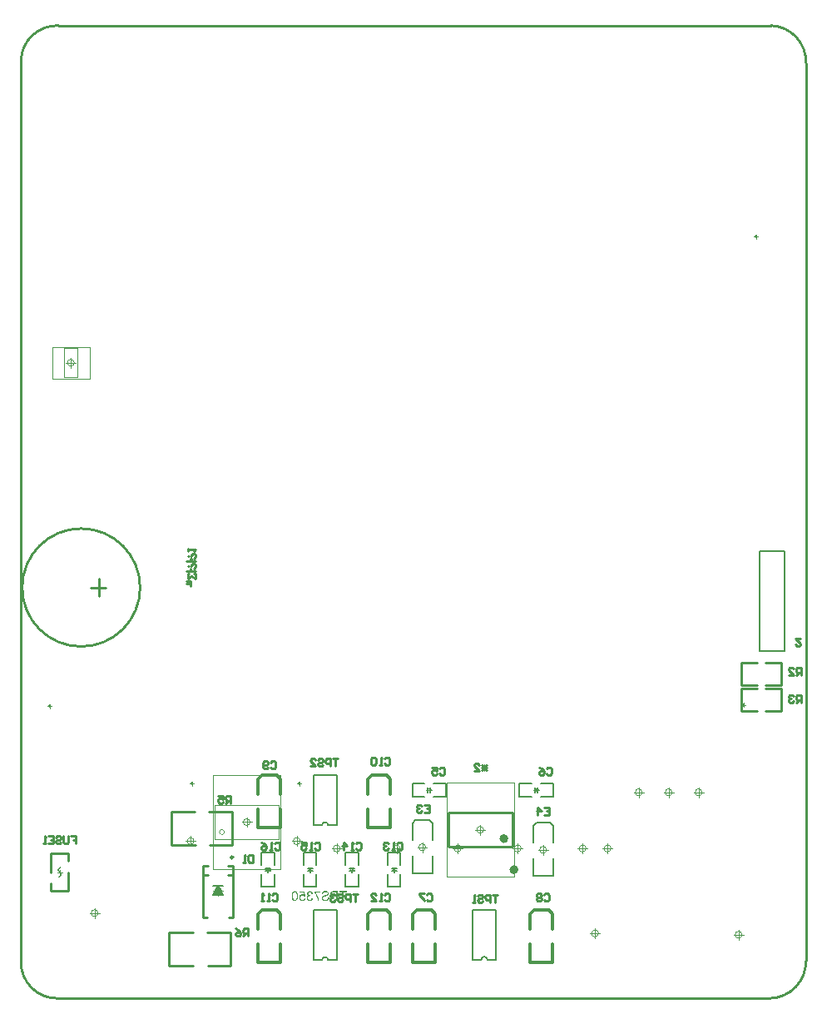
<source format=gbo>
G04*
G04 #@! TF.GenerationSoftware,Altium Limited,Altium Designer,22.3.1 (43)*
G04*
G04 Layer_Color=32896*
%FSLAX25Y25*%
%MOIN*%
G70*
G04*
G04 #@! TF.SameCoordinates,7771213D-0031-41E0-B7F0-5BACD8635ED2*
G04*
G04*
G04 #@! TF.FilePolarity,Positive*
G04*
G01*
G75*
%ADD10C,0.01968*%
%ADD11C,0.00984*%
%ADD12C,0.01000*%
%ADD15C,0.00787*%
%ADD16C,0.00800*%
%ADD17C,0.00500*%
%ADD18C,0.00600*%
%ADD20C,0.00394*%
%ADD21C,0.00100*%
%ADD22C,0.00197*%
%ADD23C,0.00300*%
%ADD100C,0.01200*%
G36*
X115937Y42939D02*
X116087Y42911D01*
X116214Y42866D01*
X116325Y42822D01*
X116375Y42794D01*
X116414Y42772D01*
X116453Y42750D01*
X116481Y42728D01*
X116503Y42711D01*
X116520Y42700D01*
X116531Y42694D01*
X116536Y42689D01*
X116642Y42583D01*
X116725Y42467D01*
X116791Y42345D01*
X116847Y42222D01*
X116880Y42117D01*
X116897Y42073D01*
X116908Y42034D01*
X116914Y42000D01*
X116919Y41978D01*
X116925Y41962D01*
Y41956D01*
X116453Y41873D01*
X116431Y41995D01*
X116398Y42100D01*
X116359Y42189D01*
X116320Y42261D01*
X116281Y42317D01*
X116248Y42356D01*
X116225Y42384D01*
X116220Y42389D01*
X116148Y42445D01*
X116070Y42489D01*
X115998Y42517D01*
X115926Y42539D01*
X115859Y42550D01*
X115809Y42561D01*
X115765D01*
X115665Y42555D01*
X115576Y42533D01*
X115498Y42506D01*
X115432Y42478D01*
X115382Y42445D01*
X115343Y42417D01*
X115315Y42395D01*
X115310Y42389D01*
X115249Y42322D01*
X115204Y42250D01*
X115176Y42178D01*
X115154Y42112D01*
X115143Y42050D01*
X115132Y42006D01*
Y41973D01*
Y41967D01*
Y41962D01*
Y41901D01*
X115143Y41845D01*
X115171Y41751D01*
X115210Y41668D01*
X115254Y41595D01*
X115299Y41545D01*
X115337Y41507D01*
X115365Y41484D01*
X115371Y41479D01*
X115376D01*
X115471Y41429D01*
X115559Y41390D01*
X115654Y41362D01*
X115737Y41346D01*
X115809Y41335D01*
X115870Y41323D01*
X115942D01*
X115965Y41329D01*
X115992D01*
X116048Y40913D01*
X115976Y40929D01*
X115909Y40940D01*
X115854Y40952D01*
X115804Y40957D01*
X115765Y40963D01*
X115715D01*
X115598Y40952D01*
X115493Y40929D01*
X115399Y40896D01*
X115321Y40857D01*
X115260Y40818D01*
X115215Y40785D01*
X115188Y40763D01*
X115176Y40752D01*
X115104Y40668D01*
X115049Y40580D01*
X115010Y40491D01*
X114988Y40402D01*
X114971Y40330D01*
X114966Y40269D01*
X114960Y40247D01*
Y40230D01*
Y40219D01*
Y40213D01*
X114971Y40091D01*
X114999Y39980D01*
X115032Y39886D01*
X115076Y39803D01*
X115121Y39736D01*
X115154Y39686D01*
X115182Y39653D01*
X115193Y39642D01*
X115282Y39564D01*
X115376Y39509D01*
X115471Y39470D01*
X115559Y39442D01*
X115637Y39425D01*
X115698Y39420D01*
X115720Y39414D01*
X115754D01*
X115854Y39420D01*
X115948Y39442D01*
X116031Y39470D01*
X116098Y39503D01*
X116153Y39531D01*
X116198Y39559D01*
X116220Y39581D01*
X116231Y39586D01*
X116298Y39664D01*
X116353Y39753D01*
X116403Y39847D01*
X116442Y39947D01*
X116470Y40030D01*
X116481Y40069D01*
X116486Y40102D01*
X116492Y40130D01*
X116497Y40152D01*
X116503Y40163D01*
Y40169D01*
X116975Y40108D01*
X116964Y40019D01*
X116947Y39936D01*
X116897Y39781D01*
X116836Y39647D01*
X116803Y39592D01*
X116769Y39536D01*
X116736Y39486D01*
X116703Y39448D01*
X116675Y39409D01*
X116647Y39381D01*
X116630Y39359D01*
X116614Y39342D01*
X116603Y39331D01*
X116597Y39325D01*
X116531Y39276D01*
X116464Y39226D01*
X116398Y39187D01*
X116325Y39153D01*
X116187Y39098D01*
X116053Y39065D01*
X115992Y39053D01*
X115937Y39042D01*
X115887Y39037D01*
X115842Y39031D01*
X115809Y39026D01*
X115759D01*
X115654Y39031D01*
X115559Y39042D01*
X115465Y39059D01*
X115376Y39081D01*
X115293Y39109D01*
X115221Y39137D01*
X115149Y39170D01*
X115088Y39203D01*
X115027Y39231D01*
X114977Y39264D01*
X114932Y39292D01*
X114899Y39320D01*
X114871Y39342D01*
X114849Y39359D01*
X114838Y39370D01*
X114832Y39375D01*
X114766Y39442D01*
X114710Y39514D01*
X114660Y39586D01*
X114616Y39658D01*
X114583Y39725D01*
X114549Y39797D01*
X114505Y39930D01*
X114494Y39991D01*
X114483Y40047D01*
X114472Y40097D01*
X114466Y40141D01*
X114461Y40175D01*
Y40202D01*
Y40219D01*
Y40224D01*
X114466Y40358D01*
X114488Y40480D01*
X114522Y40585D01*
X114555Y40674D01*
X114588Y40746D01*
X114621Y40802D01*
X114644Y40835D01*
X114649Y40846D01*
X114727Y40929D01*
X114810Y41001D01*
X114899Y41057D01*
X114988Y41101D01*
X115066Y41135D01*
X115127Y41157D01*
X115149Y41162D01*
X115165Y41168D01*
X115176Y41174D01*
X115182D01*
X115088Y41223D01*
X115010Y41273D01*
X114943Y41329D01*
X114888Y41379D01*
X114843Y41423D01*
X114810Y41462D01*
X114794Y41484D01*
X114788Y41495D01*
X114744Y41573D01*
X114710Y41651D01*
X114682Y41729D01*
X114666Y41801D01*
X114655Y41862D01*
X114649Y41906D01*
Y41939D01*
Y41951D01*
X114655Y42045D01*
X114671Y42139D01*
X114694Y42222D01*
X114721Y42295D01*
X114749Y42356D01*
X114771Y42406D01*
X114788Y42433D01*
X114794Y42445D01*
X114849Y42528D01*
X114916Y42600D01*
X114982Y42661D01*
X115049Y42717D01*
X115104Y42755D01*
X115154Y42789D01*
X115188Y42805D01*
X115193Y42811D01*
X115199D01*
X115299Y42855D01*
X115399Y42889D01*
X115498Y42916D01*
X115587Y42933D01*
X115659Y42944D01*
X115720Y42950D01*
X115859D01*
X115937Y42939D01*
D02*
G37*
G36*
X113911Y40907D02*
X113467Y40846D01*
X113428Y40907D01*
X113378Y40957D01*
X113334Y41007D01*
X113289Y41046D01*
X113245Y41074D01*
X113212Y41101D01*
X113190Y41113D01*
X113184Y41118D01*
X113112Y41151D01*
X113040Y41179D01*
X112973Y41196D01*
X112907Y41212D01*
X112851Y41218D01*
X112807Y41223D01*
X112701D01*
X112635Y41212D01*
X112518Y41185D01*
X112418Y41146D01*
X112329Y41107D01*
X112263Y41063D01*
X112213Y41024D01*
X112185Y40996D01*
X112174Y40990D01*
Y40985D01*
X112096Y40890D01*
X112041Y40791D01*
X112002Y40685D01*
X111974Y40580D01*
X111957Y40491D01*
X111952Y40452D01*
Y40419D01*
X111946Y40391D01*
Y40369D01*
Y40358D01*
Y40352D01*
Y40275D01*
X111957Y40202D01*
X111985Y40064D01*
X112024Y39947D01*
X112063Y39853D01*
X112107Y39775D01*
X112146Y39714D01*
X112163Y39697D01*
X112174Y39681D01*
X112179Y39675D01*
X112185Y39669D01*
X112229Y39625D01*
X112274Y39586D01*
X112374Y39520D01*
X112468Y39475D01*
X112562Y39448D01*
X112640Y39425D01*
X112707Y39420D01*
X112729Y39414D01*
X112762D01*
X112868Y39420D01*
X112962Y39442D01*
X113045Y39470D01*
X113112Y39503D01*
X113173Y39536D01*
X113217Y39564D01*
X113240Y39586D01*
X113251Y39592D01*
X113317Y39669D01*
X113373Y39753D01*
X113417Y39847D01*
X113450Y39930D01*
X113473Y40014D01*
X113489Y40075D01*
X113495Y40102D01*
X113500Y40119D01*
Y40130D01*
Y40136D01*
X113994Y40097D01*
X113983Y40008D01*
X113967Y39925D01*
X113917Y39769D01*
X113856Y39636D01*
X113822Y39575D01*
X113789Y39525D01*
X113761Y39475D01*
X113728Y39431D01*
X113700Y39398D01*
X113672Y39370D01*
X113650Y39348D01*
X113639Y39325D01*
X113628Y39320D01*
X113622Y39314D01*
X113556Y39264D01*
X113489Y39220D01*
X113417Y39181D01*
X113345Y39148D01*
X113206Y39098D01*
X113067Y39065D01*
X113006Y39048D01*
X112945Y39042D01*
X112895Y39037D01*
X112851Y39031D01*
X112812Y39026D01*
X112762D01*
X112646Y39031D01*
X112535Y39048D01*
X112429Y39070D01*
X112335Y39098D01*
X112246Y39137D01*
X112163Y39176D01*
X112085Y39214D01*
X112019Y39259D01*
X111957Y39303D01*
X111902Y39342D01*
X111857Y39386D01*
X111819Y39420D01*
X111791Y39448D01*
X111769Y39470D01*
X111758Y39486D01*
X111752Y39492D01*
X111697Y39564D01*
X111652Y39642D01*
X111608Y39714D01*
X111574Y39792D01*
X111519Y39941D01*
X111486Y40086D01*
X111475Y40147D01*
X111463Y40208D01*
X111458Y40258D01*
X111452Y40302D01*
X111447Y40341D01*
Y40369D01*
Y40385D01*
Y40391D01*
X111452Y40491D01*
X111463Y40585D01*
X111480Y40680D01*
X111502Y40763D01*
X111530Y40841D01*
X111558Y40918D01*
X111591Y40985D01*
X111619Y41046D01*
X111652Y41101D01*
X111686Y41151D01*
X111713Y41190D01*
X111741Y41229D01*
X111763Y41257D01*
X111780Y41273D01*
X111791Y41285D01*
X111796Y41290D01*
X111863Y41351D01*
X111930Y41407D01*
X112002Y41451D01*
X112074Y41490D01*
X112146Y41529D01*
X112218Y41557D01*
X112352Y41595D01*
X112413Y41612D01*
X112468Y41623D01*
X112518Y41629D01*
X112562Y41634D01*
X112596Y41640D01*
X112718D01*
X112784Y41629D01*
X112918Y41601D01*
X113040Y41562D01*
X113151Y41518D01*
X113240Y41473D01*
X113278Y41451D01*
X113312Y41434D01*
X113339Y41418D01*
X113356Y41407D01*
X113367Y41401D01*
X113373Y41396D01*
X113167Y42433D01*
X111630D01*
Y42883D01*
X113539D01*
X113911Y40907D01*
D02*
G37*
G36*
X130500Y42478D02*
X129235D01*
Y39092D01*
X128724D01*
Y42478D01*
X127459D01*
Y42933D01*
X130500D01*
Y42478D01*
D02*
G37*
G36*
X126931Y39092D02*
X126421D01*
Y40652D01*
X125438D01*
X125294Y40657D01*
X125155Y40668D01*
X125033Y40685D01*
X124922Y40707D01*
X124817Y40730D01*
X124728Y40757D01*
X124645Y40791D01*
X124573Y40824D01*
X124512Y40852D01*
X124456Y40885D01*
X124412Y40913D01*
X124378Y40940D01*
X124351Y40957D01*
X124334Y40974D01*
X124323Y40985D01*
X124317Y40990D01*
X124262Y41057D01*
X124212Y41124D01*
X124173Y41190D01*
X124134Y41262D01*
X124101Y41335D01*
X124079Y41401D01*
X124040Y41529D01*
X124029Y41590D01*
X124018Y41645D01*
X124012Y41695D01*
X124006Y41734D01*
X124001Y41773D01*
Y41795D01*
Y41812D01*
Y41817D01*
X124006Y41923D01*
X124018Y42023D01*
X124040Y42112D01*
X124056Y42189D01*
X124079Y42256D01*
X124101Y42306D01*
X124112Y42333D01*
X124118Y42345D01*
X124162Y42428D01*
X124217Y42500D01*
X124267Y42567D01*
X124317Y42617D01*
X124362Y42655D01*
X124395Y42689D01*
X124417Y42705D01*
X124428Y42711D01*
X124501Y42755D01*
X124584Y42794D01*
X124661Y42827D01*
X124733Y42855D01*
X124800Y42872D01*
X124850Y42883D01*
X124889Y42894D01*
X124900D01*
X124983Y42905D01*
X125078Y42916D01*
X125178Y42922D01*
X125272Y42927D01*
X125355Y42933D01*
X126931D01*
Y39092D01*
D02*
G37*
G36*
X119933Y42428D02*
X118051D01*
X118184Y42267D01*
X118312Y42095D01*
X118423Y41928D01*
X118529Y41767D01*
X118573Y41695D01*
X118612Y41629D01*
X118651Y41568D01*
X118678Y41518D01*
X118701Y41473D01*
X118717Y41445D01*
X118728Y41423D01*
X118734Y41418D01*
X118845Y41196D01*
X118945Y40974D01*
X119028Y40763D01*
X119061Y40668D01*
X119095Y40574D01*
X119128Y40491D01*
X119150Y40413D01*
X119173Y40347D01*
X119189Y40291D01*
X119206Y40241D01*
X119217Y40208D01*
X119222Y40186D01*
Y40180D01*
X119278Y39953D01*
X119300Y39842D01*
X119317Y39742D01*
X119333Y39647D01*
X119350Y39553D01*
X119361Y39475D01*
X119372Y39398D01*
X119378Y39331D01*
X119383Y39270D01*
X119389Y39214D01*
Y39170D01*
X119395Y39137D01*
Y39114D01*
Y39098D01*
Y39092D01*
X118912D01*
X118895Y39303D01*
X118867Y39498D01*
X118840Y39675D01*
X118823Y39758D01*
X118806Y39836D01*
X118795Y39903D01*
X118778Y39964D01*
X118767Y40019D01*
X118756Y40064D01*
X118745Y40097D01*
X118740Y40125D01*
X118734Y40141D01*
Y40147D01*
X118651Y40402D01*
X118562Y40641D01*
X118518Y40757D01*
X118473Y40868D01*
X118423Y40968D01*
X118379Y41068D01*
X118340Y41157D01*
X118301Y41235D01*
X118268Y41301D01*
X118240Y41362D01*
X118212Y41412D01*
X118196Y41445D01*
X118184Y41468D01*
X118179Y41473D01*
X118112Y41590D01*
X118046Y41706D01*
X117979Y41812D01*
X117913Y41912D01*
X117851Y42000D01*
X117790Y42089D01*
X117729Y42167D01*
X117680Y42234D01*
X117630Y42300D01*
X117585Y42356D01*
X117541Y42400D01*
X117507Y42439D01*
X117485Y42472D01*
X117463Y42494D01*
X117452Y42506D01*
X117446Y42511D01*
Y42883D01*
X119933D01*
Y42428D01*
D02*
G37*
G36*
X122175Y42994D02*
X122303Y42977D01*
X122425Y42955D01*
X122530Y42933D01*
X122613Y42911D01*
X122652Y42900D01*
X122680Y42889D01*
X122702Y42877D01*
X122719Y42872D01*
X122730Y42866D01*
X122736D01*
X122847Y42811D01*
X122947Y42750D01*
X123030Y42683D01*
X123096Y42622D01*
X123146Y42567D01*
X123185Y42522D01*
X123213Y42489D01*
X123218Y42483D01*
Y42478D01*
X123274Y42384D01*
X123313Y42289D01*
X123340Y42195D01*
X123357Y42112D01*
X123368Y42039D01*
X123379Y41984D01*
Y41962D01*
Y41945D01*
Y41939D01*
Y41934D01*
X123374Y41840D01*
X123357Y41751D01*
X123335Y41668D01*
X123313Y41595D01*
X123291Y41540D01*
X123268Y41495D01*
X123252Y41468D01*
X123246Y41457D01*
X123191Y41379D01*
X123124Y41307D01*
X123057Y41246D01*
X122991Y41196D01*
X122935Y41151D01*
X122885Y41124D01*
X122852Y41101D01*
X122847Y41096D01*
X122841D01*
X122797Y41074D01*
X122747Y41052D01*
X122636Y41013D01*
X122508Y40974D01*
X122386Y40935D01*
X122275Y40902D01*
X122225Y40890D01*
X122180Y40879D01*
X122147Y40868D01*
X122119Y40863D01*
X122103Y40857D01*
X122097D01*
X122003Y40835D01*
X121914Y40813D01*
X121836Y40791D01*
X121770Y40774D01*
X121703Y40757D01*
X121648Y40741D01*
X121598Y40730D01*
X121559Y40713D01*
X121520Y40702D01*
X121492Y40696D01*
X121448Y40680D01*
X121420Y40674D01*
X121415Y40668D01*
X121331Y40635D01*
X121259Y40596D01*
X121198Y40558D01*
X121154Y40524D01*
X121115Y40491D01*
X121093Y40469D01*
X121076Y40452D01*
X121071Y40446D01*
X121032Y40397D01*
X121004Y40341D01*
X120987Y40286D01*
X120971Y40241D01*
X120965Y40197D01*
X120959Y40163D01*
Y40136D01*
Y40130D01*
X120965Y40064D01*
X120976Y40003D01*
X120993Y39947D01*
X121015Y39903D01*
X121037Y39858D01*
X121054Y39830D01*
X121065Y39808D01*
X121071Y39803D01*
X121115Y39747D01*
X121170Y39703D01*
X121226Y39664D01*
X121276Y39625D01*
X121326Y39603D01*
X121365Y39581D01*
X121393Y39570D01*
X121404Y39564D01*
X121487Y39536D01*
X121576Y39514D01*
X121664Y39503D01*
X121742Y39492D01*
X121809Y39486D01*
X121864Y39481D01*
X121914D01*
X122036Y39486D01*
X122147Y39498D01*
X122247Y39514D01*
X122336Y39536D01*
X122408Y39559D01*
X122464Y39575D01*
X122480Y39581D01*
X122497Y39586D01*
X122502Y39592D01*
X122508D01*
X122597Y39636D01*
X122680Y39686D01*
X122741Y39736D01*
X122797Y39786D01*
X122841Y39825D01*
X122869Y39864D01*
X122885Y39886D01*
X122891Y39891D01*
X122930Y39964D01*
X122969Y40041D01*
X122991Y40125D01*
X123013Y40197D01*
X123030Y40269D01*
X123041Y40319D01*
Y40341D01*
X123046Y40358D01*
Y40363D01*
Y40369D01*
X123524Y40324D01*
X123513Y40186D01*
X123490Y40053D01*
X123457Y39936D01*
X123418Y39830D01*
X123379Y39747D01*
X123363Y39714D01*
X123352Y39686D01*
X123335Y39664D01*
X123329Y39647D01*
X123318Y39636D01*
Y39631D01*
X123235Y39525D01*
X123146Y39431D01*
X123052Y39353D01*
X122963Y39287D01*
X122885Y39237D01*
X122819Y39203D01*
X122797Y39192D01*
X122780Y39181D01*
X122769Y39176D01*
X122763D01*
X122625Y39126D01*
X122480Y39087D01*
X122336Y39065D01*
X122197Y39042D01*
X122131Y39037D01*
X122075Y39031D01*
X122025D01*
X121981Y39026D01*
X121892D01*
X121742Y39031D01*
X121603Y39048D01*
X121476Y39076D01*
X121370Y39103D01*
X121281Y39126D01*
X121243Y39142D01*
X121209Y39153D01*
X121187Y39165D01*
X121170Y39170D01*
X121159Y39176D01*
X121154D01*
X121037Y39237D01*
X120937Y39303D01*
X120849Y39375D01*
X120776Y39442D01*
X120721Y39498D01*
X120682Y39547D01*
X120654Y39581D01*
X120649Y39586D01*
Y39592D01*
X120588Y39697D01*
X120543Y39797D01*
X120516Y39891D01*
X120493Y39980D01*
X120482Y40058D01*
X120471Y40119D01*
Y40141D01*
Y40158D01*
Y40163D01*
Y40169D01*
X120477Y40280D01*
X120493Y40385D01*
X120521Y40480D01*
X120549Y40558D01*
X120582Y40624D01*
X120604Y40674D01*
X120626Y40702D01*
X120632Y40713D01*
X120699Y40796D01*
X120776Y40874D01*
X120860Y40940D01*
X120943Y41001D01*
X121015Y41046D01*
X121076Y41079D01*
X121098Y41090D01*
X121115Y41101D01*
X121126Y41107D01*
X121132D01*
X121176Y41129D01*
X121231Y41146D01*
X121293Y41168D01*
X121359Y41190D01*
X121498Y41229D01*
X121642Y41268D01*
X121709Y41285D01*
X121770Y41301D01*
X121831Y41318D01*
X121881Y41329D01*
X121920Y41340D01*
X121953Y41346D01*
X121975Y41351D01*
X121981D01*
X122092Y41379D01*
X122192Y41401D01*
X122280Y41429D01*
X122358Y41451D01*
X122430Y41479D01*
X122491Y41501D01*
X122547Y41523D01*
X122597Y41540D01*
X122636Y41562D01*
X122669Y41579D01*
X122691Y41590D01*
X122713Y41607D01*
X122741Y41623D01*
X122747Y41629D01*
X122797Y41684D01*
X122830Y41740D01*
X122858Y41795D01*
X122874Y41851D01*
X122885Y41895D01*
X122891Y41934D01*
Y41956D01*
Y41967D01*
X122880Y42056D01*
X122858Y42134D01*
X122824Y42200D01*
X122785Y42261D01*
X122752Y42306D01*
X122719Y42345D01*
X122697Y42367D01*
X122686Y42372D01*
X122641Y42400D01*
X122597Y42428D01*
X122491Y42472D01*
X122380Y42500D01*
X122269Y42522D01*
X122169Y42533D01*
X122125Y42539D01*
X122092Y42544D01*
X122014D01*
X121859Y42539D01*
X121720Y42517D01*
X121609Y42483D01*
X121515Y42450D01*
X121442Y42417D01*
X121387Y42384D01*
X121359Y42361D01*
X121348Y42356D01*
X121270Y42278D01*
X121209Y42195D01*
X121159Y42106D01*
X121126Y42017D01*
X121104Y41934D01*
X121087Y41873D01*
X121082Y41845D01*
X121076Y41829D01*
Y41817D01*
Y41812D01*
X120588Y41851D01*
X120599Y41973D01*
X120626Y42084D01*
X120654Y42189D01*
X120693Y42278D01*
X120726Y42350D01*
X120754Y42406D01*
X120765Y42422D01*
X120776Y42439D01*
X120782Y42445D01*
Y42450D01*
X120854Y42544D01*
X120932Y42628D01*
X121015Y42700D01*
X121098Y42755D01*
X121170Y42805D01*
X121226Y42833D01*
X121248Y42844D01*
X121265Y42855D01*
X121276Y42861D01*
X121281D01*
X121404Y42905D01*
X121537Y42939D01*
X121659Y42966D01*
X121775Y42983D01*
X121881Y42994D01*
X121920D01*
X121958Y43000D01*
X122031D01*
X122175Y42994D01*
D02*
G37*
G36*
X109904Y42939D02*
X110043Y42916D01*
X110159Y42877D01*
X110259Y42839D01*
X110342Y42794D01*
X110376Y42777D01*
X110403Y42755D01*
X110426Y42744D01*
X110442Y42733D01*
X110448Y42722D01*
X110453D01*
X110553Y42633D01*
X110637Y42528D01*
X110709Y42422D01*
X110764Y42322D01*
X110809Y42228D01*
X110831Y42189D01*
X110842Y42150D01*
X110853Y42123D01*
X110864Y42100D01*
X110870Y42089D01*
Y42084D01*
X110892Y42000D01*
X110914Y41917D01*
X110947Y41734D01*
X110975Y41551D01*
X110992Y41379D01*
X110997Y41296D01*
X111003Y41223D01*
Y41157D01*
X111008Y41096D01*
Y41052D01*
Y41013D01*
Y40990D01*
Y40985D01*
X111003Y40791D01*
X110992Y40608D01*
X110975Y40441D01*
X110947Y40286D01*
X110920Y40141D01*
X110886Y40014D01*
X110853Y39897D01*
X110820Y39797D01*
X110786Y39708D01*
X110748Y39631D01*
X110720Y39564D01*
X110692Y39514D01*
X110664Y39470D01*
X110648Y39442D01*
X110637Y39425D01*
X110631Y39420D01*
X110570Y39353D01*
X110503Y39292D01*
X110431Y39237D01*
X110359Y39192D01*
X110287Y39153D01*
X110215Y39120D01*
X110143Y39098D01*
X110076Y39076D01*
X110009Y39059D01*
X109948Y39048D01*
X109893Y39037D01*
X109848Y39031D01*
X109810Y39026D01*
X109754D01*
X109604Y39037D01*
X109466Y39059D01*
X109349Y39098D01*
X109249Y39137D01*
X109166Y39176D01*
X109138Y39198D01*
X109110Y39214D01*
X109088Y39226D01*
X109072Y39237D01*
X109066Y39248D01*
X109060D01*
X108960Y39342D01*
X108877Y39442D01*
X108805Y39553D01*
X108749Y39653D01*
X108705Y39747D01*
X108683Y39786D01*
X108672Y39825D01*
X108661Y39853D01*
X108650Y39875D01*
X108644Y39886D01*
Y39891D01*
X108616Y39975D01*
X108594Y40058D01*
X108561Y40236D01*
X108533Y40419D01*
X108517Y40596D01*
X108511Y40674D01*
X108505Y40746D01*
Y40813D01*
X108500Y40874D01*
Y40918D01*
Y40957D01*
Y40979D01*
Y40985D01*
Y41090D01*
X108505Y41190D01*
Y41279D01*
X108511Y41368D01*
X108522Y41445D01*
X108528Y41523D01*
X108533Y41590D01*
X108544Y41651D01*
X108550Y41706D01*
X108561Y41756D01*
X108566Y41795D01*
X108572Y41829D01*
X108578Y41856D01*
X108583Y41873D01*
X108589Y41884D01*
Y41890D01*
X108622Y42012D01*
X108661Y42123D01*
X108705Y42217D01*
X108738Y42300D01*
X108777Y42372D01*
X108800Y42422D01*
X108822Y42450D01*
X108827Y42461D01*
X108888Y42544D01*
X108949Y42617D01*
X109016Y42678D01*
X109077Y42733D01*
X109133Y42772D01*
X109177Y42800D01*
X109205Y42816D01*
X109210Y42822D01*
X109216D01*
X109304Y42866D01*
X109399Y42894D01*
X109488Y42916D01*
X109571Y42933D01*
X109643Y42944D01*
X109704Y42950D01*
X109754D01*
X109904Y42939D01*
D02*
G37*
%LPC*%
G36*
X126421Y42478D02*
X125322D01*
X125222Y42472D01*
X125139Y42467D01*
X125072Y42461D01*
X125028Y42450D01*
X124994Y42445D01*
X124972Y42439D01*
X124967D01*
X124894Y42411D01*
X124833Y42378D01*
X124778Y42345D01*
X124728Y42306D01*
X124695Y42267D01*
X124667Y42239D01*
X124650Y42217D01*
X124645Y42211D01*
X124606Y42145D01*
X124573Y42078D01*
X124550Y42006D01*
X124539Y41945D01*
X124528Y41890D01*
X124523Y41840D01*
Y41812D01*
Y41806D01*
Y41801D01*
X124534Y41684D01*
X124556Y41584D01*
X124589Y41495D01*
X124628Y41423D01*
X124667Y41368D01*
X124700Y41323D01*
X124723Y41301D01*
X124733Y41290D01*
X124772Y41257D01*
X124822Y41229D01*
X124928Y41185D01*
X125044Y41151D01*
X125161Y41129D01*
X125266Y41118D01*
X125311Y41113D01*
X125350D01*
X125388Y41107D01*
X126421D01*
Y42478D01*
D02*
G37*
G36*
X109793Y42561D02*
X109760D01*
X109699Y42555D01*
X109638Y42550D01*
X109582Y42533D01*
X109532Y42511D01*
X109438Y42461D01*
X109354Y42406D01*
X109293Y42345D01*
X109244Y42295D01*
X109227Y42272D01*
X109216Y42256D01*
X109205Y42250D01*
Y42245D01*
X109166Y42178D01*
X109133Y42100D01*
X109099Y42012D01*
X109077Y41917D01*
X109055Y41817D01*
X109038Y41712D01*
X109010Y41501D01*
X108999Y41396D01*
X108994Y41301D01*
X108988Y41212D01*
Y41140D01*
X108983Y41074D01*
Y41024D01*
Y40996D01*
Y40990D01*
Y40985D01*
Y40813D01*
X108994Y40657D01*
X109005Y40519D01*
X109016Y40385D01*
X109033Y40275D01*
X109055Y40169D01*
X109077Y40080D01*
X109094Y39997D01*
X109116Y39930D01*
X109138Y39875D01*
X109155Y39825D01*
X109177Y39786D01*
X109188Y39758D01*
X109199Y39742D01*
X109210Y39731D01*
Y39725D01*
X109255Y39669D01*
X109299Y39625D01*
X109343Y39581D01*
X109388Y39547D01*
X109482Y39492D01*
X109565Y39453D01*
X109643Y39431D01*
X109699Y39420D01*
X109721Y39414D01*
X109754D01*
X109815Y39420D01*
X109871Y39425D01*
X109976Y39464D01*
X110071Y39514D01*
X110154Y39570D01*
X110215Y39625D01*
X110265Y39675D01*
X110292Y39714D01*
X110303Y39720D01*
Y39725D01*
X110342Y39792D01*
X110376Y39869D01*
X110409Y39958D01*
X110431Y40053D01*
X110453Y40152D01*
X110470Y40258D01*
X110498Y40474D01*
X110509Y40574D01*
X110514Y40668D01*
X110520Y40757D01*
Y40830D01*
X110526Y40896D01*
Y40946D01*
Y40974D01*
Y40985D01*
X110520Y41157D01*
X110514Y41312D01*
X110503Y41457D01*
X110487Y41590D01*
X110470Y41706D01*
X110448Y41812D01*
X110426Y41906D01*
X110403Y41989D01*
X110381Y42062D01*
X110365Y42123D01*
X110342Y42173D01*
X110326Y42217D01*
X110309Y42245D01*
X110298Y42267D01*
X110287Y42278D01*
Y42284D01*
X110248Y42333D01*
X110209Y42378D01*
X110165Y42411D01*
X110120Y42445D01*
X110032Y42494D01*
X109948Y42528D01*
X109876Y42544D01*
X109815Y42555D01*
X109793Y42561D01*
D02*
G37*
%LPD*%
D10*
X194287Y64000D02*
G03*
X194287Y64000I-787J0D01*
G01*
X198287Y51500D02*
G03*
X198287Y51500I-787J0D01*
G01*
D11*
X196795Y60610D02*
Y74390D01*
X171205Y60610D02*
X196795D01*
X171205D02*
Y74390D01*
X196795D01*
D12*
X47751Y164500D02*
G03*
X47751Y164500I-23625J0D01*
G01*
X85000Y56500D02*
G03*
X85000Y56500I-500J0D01*
G01*
X74600Y26300D02*
X83800D01*
Y13100D02*
Y26300D01*
X59520D02*
X68900D01*
X59400Y13100D02*
Y26300D01*
X74900Y13100D02*
X83800D01*
X59400D02*
X69000D01*
X304700Y125480D02*
Y134500D01*
X298200Y125480D02*
X304700D01*
X298200Y134500D02*
X304700D01*
X288520Y125500D02*
Y134500D01*
X295100D01*
X288520Y125500D02*
X295000D01*
X288520Y114980D02*
Y124000D01*
X295020D01*
X288520Y114980D02*
X295020D01*
X304700D02*
Y123980D01*
X298120Y114980D02*
X304700D01*
X298220Y123980D02*
X304700D01*
X28059Y164500D02*
X33964D01*
X31209Y160957D02*
Y168043D01*
X60200Y61500D02*
X69800D01*
X75700D02*
X84600D01*
X60200D02*
Y74700D01*
X60320D02*
X69700D01*
X84600Y61500D02*
Y74700D01*
X75400D02*
X84600D01*
X85000Y32370D02*
Y53000D01*
X73000Y32370D02*
X74650D01*
X73000D02*
Y53000D01*
X83252Y32370D02*
X85000D01*
X73000Y53000D02*
X75000D01*
X73685Y49500D02*
X75000D01*
X83000Y53000D02*
X85000D01*
X83000Y49500D02*
X84315D01*
X79000Y44200D02*
X80200Y41700D01*
X77800Y42000D02*
X79000Y44200D01*
X77800Y42000D02*
X79200D01*
X79000Y43090D02*
X79200Y42000D01*
X19000Y43000D02*
Y46000D01*
X12000Y43000D02*
X19000D01*
X12000D02*
Y46000D01*
Y50500D02*
Y56500D01*
X19000Y46000D02*
Y50500D01*
Y55000D02*
Y58000D01*
X12000D02*
X19000D01*
X12000Y55500D02*
Y58000D01*
X101749Y62000D02*
X102249Y62499D01*
X103249D01*
X103749Y62000D01*
Y60000D01*
X103249Y59500D01*
X102249D01*
X101749Y60000D01*
X100750Y59500D02*
X99750D01*
X100250D01*
Y62499D01*
X100750Y62000D01*
X96251Y62499D02*
X97251Y62000D01*
X98251Y61000D01*
Y60000D01*
X97751Y59500D01*
X96751D01*
X96251Y60000D01*
Y60500D01*
X96751Y61000D01*
X98251D01*
X117749Y62000D02*
X118249Y62499D01*
X119249D01*
X119749Y62000D01*
Y60000D01*
X119249Y59500D01*
X118249D01*
X117749Y60000D01*
X116750Y59500D02*
X115750D01*
X116250D01*
Y62499D01*
X116750Y62000D01*
X112251Y62499D02*
X114251D01*
Y61000D01*
X113251Y61500D01*
X112751D01*
X112251Y61000D01*
Y60000D01*
X112751Y59500D01*
X113751D01*
X114251Y60000D01*
X134249Y62000D02*
X134749Y62499D01*
X135749D01*
X136249Y62000D01*
Y60000D01*
X135749Y59500D01*
X134749D01*
X134249Y60000D01*
X133250Y59500D02*
X132250D01*
X132750D01*
Y62499D01*
X133250Y62000D01*
X129251Y59500D02*
Y62499D01*
X130751Y61000D01*
X128751D01*
X150749Y62000D02*
X151249Y62499D01*
X152249D01*
X152749Y62000D01*
Y60000D01*
X152249Y59500D01*
X151249D01*
X150749Y60000D01*
X149750Y59500D02*
X148750D01*
X149250D01*
Y62499D01*
X149750Y62000D01*
X147251D02*
X146751Y62499D01*
X145751D01*
X145251Y62000D01*
Y61500D01*
X145751Y61000D01*
X146251D01*
X145751D01*
X145251Y60500D01*
Y60000D01*
X145751Y59500D01*
X146751D01*
X147251Y60000D01*
X67832Y165098D02*
Y167097D01*
X66333D01*
X67832Y166097D02*
X66333D01*
X67332Y170096D02*
X66832D01*
Y168097D01*
X68332Y169096D01*
X69831Y168097D01*
Y170096D01*
X69332D01*
X67832Y172095D02*
Y171096D01*
X69831D02*
X66333D01*
X69332Y172095D02*
X69831Y172595D01*
Y173595D01*
X69332Y174095D01*
X68832D01*
X67832Y173095D01*
X67332D02*
X66832D01*
X68332Y176094D02*
Y175094D01*
X67832Y176094D02*
Y175094D01*
X69831D02*
X66333D01*
X69332Y176094D02*
X69831Y176594D01*
Y177594D01*
X69332Y178093D01*
X68832D01*
X67832Y177094D01*
X67332D02*
X66832D01*
Y179093D02*
Y180093D01*
Y179593D01*
X69831D01*
X69332Y179093D01*
X134900Y41799D02*
X132901D01*
X133900D01*
Y38800D01*
X131901D02*
Y41799D01*
X130401D01*
X129902Y41299D01*
Y40299D01*
X130401Y39800D01*
X131901D01*
X126903Y41299D02*
X127402Y41799D01*
X128402D01*
X128902Y41299D01*
Y40799D01*
X128402Y40299D01*
X127402D01*
X126903Y39800D01*
Y39300D01*
X127402Y38800D01*
X128402D01*
X128902Y39300D01*
X125903Y41299D02*
X125403Y41799D01*
X124403D01*
X123904Y41299D01*
Y40799D01*
X124403Y40299D01*
X124903D01*
X124403D01*
X123904Y39800D01*
Y39300D01*
X124403Y38800D01*
X125403D01*
X125903Y39300D01*
X126998Y95999D02*
X124999D01*
X125998D01*
Y93001D01*
X123999D02*
Y95999D01*
X122500D01*
X122000Y95500D01*
Y94500D01*
X122500Y94000D01*
X123999D01*
X119001Y95500D02*
X119501Y95999D01*
X120500D01*
X121000Y95500D01*
Y95000D01*
X120500Y94500D01*
X119501D01*
X119001Y94000D01*
Y93500D01*
X119501Y93001D01*
X120500D01*
X121000Y93500D01*
X116002Y93001D02*
X118001D01*
X116002Y95000D01*
Y95500D01*
X116502Y95999D01*
X117501D01*
X118001Y95500D01*
X190998Y41500D02*
X188999D01*
X189999D01*
Y38500D01*
X187999D02*
Y41500D01*
X186500D01*
X186000Y41000D01*
Y40000D01*
X186500Y39500D01*
X187999D01*
X183001Y41000D02*
X183501Y41500D01*
X184501D01*
X185000Y41000D01*
Y40500D01*
X184501Y40000D01*
X183501D01*
X183001Y39500D01*
Y39000D01*
X183501Y38500D01*
X184501D01*
X185000Y39000D01*
X182001Y38500D02*
X181002D01*
X181501D01*
Y41500D01*
X182001Y41000D01*
X90999Y25001D02*
Y27999D01*
X89500D01*
X89000Y27500D01*
Y26500D01*
X89500Y26000D01*
X90999D01*
X90000D02*
X89000Y25001D01*
X86001Y27999D02*
X87001Y27500D01*
X88000Y26500D01*
Y25500D01*
X87500Y25001D01*
X86501D01*
X86001Y25500D01*
Y26000D01*
X86501Y26500D01*
X88000D01*
X84100Y78200D02*
Y81199D01*
X82600D01*
X82101Y80699D01*
Y79699D01*
X82600Y79200D01*
X84100D01*
X83100D02*
X82101Y78200D01*
X79102Y81199D02*
X81101D01*
Y79699D01*
X80101Y80199D01*
X79601D01*
X79102Y79699D01*
Y78700D01*
X79601Y78200D01*
X80601D01*
X81101Y78700D01*
X312499Y118500D02*
Y121500D01*
X311000D01*
X310500Y121000D01*
Y120000D01*
X311000Y119500D01*
X312499D01*
X311500D02*
X310500Y118500D01*
X309500Y121000D02*
X309000Y121500D01*
X308001D01*
X307501Y121000D01*
Y120500D01*
X308001Y120000D01*
X308501D01*
X308001D01*
X307501Y119500D01*
Y119000D01*
X308001Y118500D01*
X309000D01*
X309500Y119000D01*
X312499Y129500D02*
Y132500D01*
X311000D01*
X310500Y132000D01*
Y131000D01*
X311000Y130500D01*
X312499D01*
X311500D02*
X310500Y129500D01*
X307501D02*
X309500D01*
X307501Y131500D01*
Y132000D01*
X308001Y132500D01*
X309000D01*
X309500Y132000D01*
X19999Y65000D02*
X21998D01*
Y63500D01*
X20998D01*
X21998D01*
Y62001D01*
X18999Y65000D02*
Y62500D01*
X18499Y62001D01*
X17499D01*
X16999Y62500D01*
Y65000D01*
X14001Y64500D02*
X14500Y65000D01*
X15500D01*
X16000Y64500D01*
Y64000D01*
X15500Y63500D01*
X14500D01*
X14001Y63000D01*
Y62500D01*
X14500Y62001D01*
X15500D01*
X16000Y62500D01*
X11001Y65000D02*
X13001D01*
Y62001D01*
X11001D01*
X13001Y63500D02*
X12001D01*
X10002Y62001D02*
X9002D01*
X9502D01*
Y65000D01*
X10002Y64500D01*
X209500Y76499D02*
X211499D01*
Y73501D01*
X209500D01*
X211499Y75000D02*
X210500D01*
X207001Y73501D02*
Y76499D01*
X208500Y75000D01*
X206501D01*
X161500Y77500D02*
X163499D01*
Y74501D01*
X161500D01*
X163499Y76000D02*
X162499D01*
X160500Y77000D02*
X160000Y77500D01*
X159001D01*
X158501Y77000D01*
Y76500D01*
X159001Y76000D01*
X159501D01*
X159001D01*
X158501Y75500D01*
Y75000D01*
X159001Y74501D01*
X160000D01*
X160500Y75000D01*
X92999Y57499D02*
Y54501D01*
X91500D01*
X91000Y55000D01*
Y57000D01*
X91500Y57499D01*
X92999D01*
X90000Y54501D02*
X89001D01*
X89500D01*
Y57499D01*
X90000Y57000D01*
X145749Y41500D02*
X146249Y42000D01*
X147249D01*
X147749Y41500D01*
Y39500D01*
X147249Y39000D01*
X146249D01*
X145749Y39500D01*
X144750Y39000D02*
X143750D01*
X144250D01*
Y42000D01*
X144750Y41500D01*
X140251Y39000D02*
X142251D01*
X140251Y41000D01*
Y41500D01*
X140751Y42000D01*
X141751D01*
X142251Y41500D01*
X100750D02*
X101249Y42000D01*
X102249D01*
X102749Y41500D01*
Y39500D01*
X102249Y39000D01*
X101249D01*
X100750Y39500D01*
X99750Y39000D02*
X98750D01*
X99250D01*
Y42000D01*
X99750Y41500D01*
X97251Y39000D02*
X96251D01*
X96751D01*
Y42000D01*
X97251Y41500D01*
X145749Y96000D02*
X146249Y96500D01*
X147249D01*
X147749Y96000D01*
Y94000D01*
X147249Y93501D01*
X146249D01*
X145749Y94000D01*
X144750Y93501D02*
X143750D01*
X144250D01*
Y96500D01*
X144750Y96000D01*
X142251D02*
X141751Y96500D01*
X140751D01*
X140251Y96000D01*
Y94000D01*
X140751Y93501D01*
X141751D01*
X142251Y94000D01*
Y96000D01*
X100000Y94500D02*
X100500Y94999D01*
X101499D01*
X101999Y94500D01*
Y92500D01*
X101499Y92001D01*
X100500D01*
X100000Y92500D01*
X99000D02*
X98500Y92001D01*
X97501D01*
X97001Y92500D01*
Y94500D01*
X97501Y94999D01*
X98500D01*
X99000Y94500D01*
Y94000D01*
X98500Y93500D01*
X97001D01*
X209500Y41500D02*
X210000Y42000D01*
X210999D01*
X211499Y41500D01*
Y39500D01*
X210999Y39000D01*
X210000D01*
X209500Y39500D01*
X208500Y41500D02*
X208000Y42000D01*
X207001D01*
X206501Y41500D01*
Y41000D01*
X207001Y40500D01*
X206501Y40000D01*
Y39500D01*
X207001Y39000D01*
X208000D01*
X208500Y39500D01*
Y40000D01*
X208000Y40500D01*
X208500Y41000D01*
Y41500D01*
X208000Y40500D02*
X207001D01*
X162500Y41500D02*
X163000Y42000D01*
X163999D01*
X164499Y41500D01*
Y39500D01*
X163999Y39000D01*
X163000D01*
X162500Y39500D01*
X161500Y42000D02*
X159501D01*
Y41500D01*
X161500Y39500D01*
Y39000D01*
X210601Y91999D02*
X211101Y92499D01*
X212100D01*
X212600Y91999D01*
Y90000D01*
X212100Y89500D01*
X211101D01*
X210601Y90000D01*
X207602Y92499D02*
X208601Y91999D01*
X209601Y91000D01*
Y90000D01*
X209101Y89500D01*
X208102D01*
X207602Y90000D01*
Y90500D01*
X208102Y91000D01*
X209601D01*
X167701Y91999D02*
X168201Y92499D01*
X169200D01*
X169700Y91999D01*
Y90000D01*
X169200Y89500D01*
X168201D01*
X167701Y90000D01*
X164702Y92499D02*
X166701D01*
Y91000D01*
X165701Y91499D01*
X165201D01*
X164702Y91000D01*
Y90000D01*
X165201Y89500D01*
X166201D01*
X166701Y90000D01*
X312399Y144100D02*
X310400D01*
X312399Y142101D01*
Y141601D01*
X311899Y141101D01*
X310899D01*
X310400Y141601D01*
X186499Y93500D02*
X184500Y91500D01*
X186499D02*
X184500Y93500D01*
X186499Y92500D02*
X184500D01*
X185500Y91500D02*
Y93500D01*
X181501Y91000D02*
X183500D01*
X181501Y93000D01*
Y93500D01*
X182001Y93999D01*
X183000D01*
X183500Y93500D01*
X314500Y374500D02*
G03*
X300500Y389500I-14500J500D01*
G01*
X300000Y0D02*
G03*
X314500Y15000I-250J14750D01*
G01*
X0Y14500D02*
G03*
X14500Y0I14500J0D01*
G01*
X15000Y389500D02*
G03*
X0Y375500I-500J-14500D01*
G01*
X314500Y15000D02*
Y374500D01*
X14500Y0D02*
X300000D01*
X15000Y389500D02*
X300500D01*
X0Y14500D02*
Y375500D01*
D15*
X186933Y15402D02*
G03*
X184414Y15402I-1260J0D01*
G01*
X123087Y69294D02*
G03*
X120567Y69294I-1260J0D01*
G01*
X123087Y15294D02*
G03*
X120567Y15294I-1260J0D01*
G01*
X180969Y15402D02*
X184413D01*
X186933D02*
X190378D01*
Y35559D01*
X180969D02*
X190378D01*
X180969Y15402D02*
Y35559D01*
X117122Y69294D02*
X120567D01*
X123087D02*
X126532D01*
Y89451D01*
X117122D02*
X126532D01*
X117122Y69294D02*
Y89451D01*
X296000Y139000D02*
X306000D01*
Y179000D01*
X296000Y139000D02*
Y179000D01*
X306000D01*
X164794Y50000D02*
Y57000D01*
X156794Y50000D02*
X164794D01*
X156794D02*
Y57000D01*
X164794Y63500D02*
Y70000D01*
X163494Y71300D02*
X164794Y70000D01*
X156794Y63500D02*
Y70000D01*
X158094Y71300D02*
X163494D01*
X156794Y70000D02*
X158094Y71300D01*
X213206Y49000D02*
Y56000D01*
X205206Y49000D02*
X213206D01*
X205206D02*
Y56000D01*
X213206Y62500D02*
Y69000D01*
X211906Y70300D02*
X213206Y69000D01*
X205206Y62500D02*
Y69000D01*
X206506Y70300D02*
X211906D01*
X205206Y69000D02*
X206506Y70300D01*
X117122Y15294D02*
Y35451D01*
X126532D01*
Y15294D02*
Y35451D01*
X123087Y15294D02*
X126532D01*
X117122D02*
X120567D01*
D16*
X130067Y44750D02*
X135267D01*
X130067Y58250D02*
X135267D01*
X130067Y53300D02*
Y58250D01*
X135267Y53300D02*
Y58250D01*
X130067Y44750D02*
Y49700D01*
X135267Y44750D02*
Y49700D01*
X96400Y44750D02*
X101600D01*
X96400Y58250D02*
X101600D01*
X96400Y53300D02*
Y58250D01*
X101600Y53300D02*
Y58250D01*
X96400Y44750D02*
Y49700D01*
X101600Y44750D02*
Y49700D01*
X199700Y80900D02*
X204650D01*
X199700Y86100D02*
X204650D01*
X208250Y80900D02*
X213200D01*
X208250Y86100D02*
X213200D01*
Y80900D02*
Y86100D01*
X199700Y80900D02*
Y86100D01*
X156800Y80900D02*
X161750D01*
X156800Y86100D02*
X161750D01*
X165350Y80900D02*
X170300D01*
X165350Y86100D02*
X170300D01*
Y80900D02*
Y86100D01*
X156800Y80900D02*
Y86100D01*
X118433Y44750D02*
Y49700D01*
X113233Y44750D02*
Y49700D01*
X118433Y53300D02*
Y58250D01*
X113233Y53300D02*
Y58250D01*
X118433D01*
X113233Y44750D02*
X118433D01*
X152100D02*
Y49700D01*
X146900Y44750D02*
Y49700D01*
X152100Y53300D02*
Y58250D01*
X146900Y53300D02*
Y58250D01*
X152100D01*
X146900Y44750D02*
X152100D01*
X79000Y44945D02*
X81000Y41445D01*
X77000D02*
X81000D01*
X77000D02*
X79000Y44945D01*
X77000D02*
X81000D01*
D17*
X15272Y48567D02*
G03*
X15500Y50500I-114J993D01*
G01*
X15728Y52433D02*
G03*
X15500Y50500I114J-993D01*
G01*
D18*
X132667Y52000D02*
Y52500D01*
Y50500D02*
Y51000D01*
X131667D02*
X133667D01*
X131667Y52000D02*
X133667D01*
X99000D02*
Y52500D01*
Y50500D02*
Y51000D01*
X98000D02*
X100000D01*
X98000Y52000D02*
X100000D01*
X206950Y82500D02*
Y84500D01*
X205950Y82500D02*
Y84500D01*
X205450Y83500D02*
X205950D01*
X206950D02*
X207450D01*
X164050Y82500D02*
Y84500D01*
X163050Y82500D02*
Y84500D01*
X162550Y83500D02*
X163050D01*
X164050D02*
X164550D01*
X114833Y52000D02*
X116833D01*
X114833Y51000D02*
X116833D01*
X115833Y50500D02*
Y51000D01*
Y52000D02*
Y52500D01*
X148500Y52000D02*
X150500D01*
X148500Y51000D02*
X150500D01*
X149500Y50500D02*
Y51000D01*
Y52000D02*
Y52500D01*
D20*
X194968Y63500D02*
G03*
X194968Y63500I-984J0D01*
G01*
X81500Y66572D02*
G03*
X81500Y66572I-984J0D01*
G01*
X171205Y60610D02*
X196795D01*
X171205Y74390D02*
X196795D01*
Y60610D02*
Y74390D01*
X171205Y60610D02*
Y74390D01*
X77705Y63683D02*
X103295D01*
X77705Y77462D02*
X103295D01*
X77705Y63683D02*
Y77462D01*
X103295Y63683D02*
Y77462D01*
X22559Y248594D02*
Y260406D01*
X17441Y248594D02*
Y260406D01*
Y248594D02*
X22559D01*
X17441Y260406D02*
X22559D01*
X170500Y48602D02*
X197500D01*
X170500Y86398D02*
X197500D01*
Y48602D02*
Y86398D01*
X170500Y48602D02*
Y86398D01*
X77000Y51675D02*
X104000D01*
X77000Y89470D02*
X104000D01*
X77000Y51675D02*
Y89470D01*
X104000Y51675D02*
Y89470D01*
X27500Y248201D02*
Y260799D01*
X12500Y248201D02*
Y260799D01*
Y248201D02*
X27500D01*
X12500Y260799D02*
X27500D01*
D21*
X133167Y51500D02*
G03*
X133167Y51500I-500J0D01*
G01*
X99500D02*
G03*
X99500Y51500I-500J0D01*
G01*
X290000Y117500D02*
G03*
X290000Y117500I-500J0D01*
G01*
X206950Y83500D02*
G03*
X206950Y83500I-500J0D01*
G01*
X164050D02*
G03*
X164050Y83500I-500J0D01*
G01*
X116333Y51500D02*
G03*
X116333Y51500I-500J0D01*
G01*
X150000D02*
G03*
X150000Y51500I-500J0D01*
G01*
X295000Y305000D02*
G03*
X295000Y305000I-500J0D01*
G01*
X69000Y86000D02*
G03*
X69000Y86000I-500J0D01*
G01*
X112000D02*
G03*
X112000Y86000I-500J0D01*
G01*
X12000Y117000D02*
G03*
X12000Y117000I-500J0D01*
G01*
X132667Y50713D02*
Y52287D01*
X131879Y51500D02*
X133454D01*
X99000Y50713D02*
Y52287D01*
X98213Y51500D02*
X99787D01*
X288713Y117500D02*
X290287D01*
X289500Y116713D02*
Y118287D01*
X206450Y82713D02*
Y84287D01*
X205663Y83500D02*
X207237D01*
X163550Y82713D02*
Y84287D01*
X162763Y83500D02*
X164337D01*
X115046Y51500D02*
X116621D01*
X115833Y50713D02*
Y52287D01*
X148713Y51500D02*
X150287D01*
X149500Y50713D02*
Y52287D01*
X293713Y305000D02*
X295287D01*
X294500Y304213D02*
Y305787D01*
X68500Y85213D02*
Y86787D01*
X67713Y86000D02*
X69287D01*
X111500Y85213D02*
Y86787D01*
X110713Y86000D02*
X112287D01*
X10713Y117000D02*
X12287D01*
X11500Y116213D02*
Y117787D01*
D22*
X185378Y67500D02*
G03*
X185378Y67500I-1378J0D01*
G01*
X91878Y70572D02*
G03*
X91878Y70572I-1378J0D01*
G01*
X21378Y254500D02*
G03*
X21378Y254500I-1378J0D01*
G01*
X272878Y82500D02*
G03*
X272878Y82500I-1378J0D01*
G01*
X260878D02*
G03*
X260878Y82500I-1378J0D01*
G01*
X248878D02*
G03*
X248878Y82500I-1378J0D01*
G01*
X231378Y26000D02*
G03*
X231378Y26000I-1378J0D01*
G01*
X162172Y60500D02*
G03*
X162172Y60500I-1378J0D01*
G01*
X210584Y59500D02*
G03*
X210584Y59500I-1378J0D01*
G01*
X176378Y60000D02*
G03*
X176378Y60000I-1378J0D01*
G01*
X226378D02*
G03*
X226378Y60000I-1378J0D01*
G01*
X80378Y43000D02*
G03*
X80378Y43000I-1378J0D01*
G01*
X69378Y62966D02*
G03*
X69378Y62966I-1378J0D01*
G01*
X111878D02*
G03*
X111878Y62966I-1378J0D01*
G01*
X288901Y25500D02*
G03*
X288901Y25500I-1378J0D01*
G01*
X30878Y34157D02*
G03*
X30878Y34157I-1378J0D01*
G01*
X236378Y60000D02*
G03*
X236378Y60000I-1378J0D01*
G01*
X200378D02*
G03*
X200378Y60000I-1378J0D01*
G01*
X127878D02*
G03*
X127878Y60000I-1378J0D01*
G01*
X151878D02*
G03*
X151878Y60000I-1378J0D01*
G01*
X184000Y65532D02*
Y69469D01*
X182032Y67500D02*
X185969D01*
X90500Y68604D02*
Y72541D01*
X88532Y70572D02*
X92469D01*
X20000Y252532D02*
Y256469D01*
X18031Y254500D02*
X21968D01*
X269531Y82500D02*
X273468D01*
X271500Y80532D02*
Y84469D01*
X257532Y82500D02*
X261469D01*
X259500Y80532D02*
Y84469D01*
X247500Y80532D02*
Y84469D01*
X245532Y82500D02*
X249469D01*
X228032Y26000D02*
X231969D01*
X230000Y24032D02*
Y27969D01*
X160794Y58532D02*
Y62469D01*
X158825Y60500D02*
X162762D01*
X209206Y57532D02*
Y61469D01*
X207238Y59500D02*
X211175D01*
X175000Y58032D02*
Y61969D01*
X173032Y60000D02*
X176969D01*
X225000Y58032D02*
Y61969D01*
X223032Y60000D02*
X226969D01*
X79000Y41032D02*
Y44969D01*
X77032Y43000D02*
X80969D01*
X68000Y60998D02*
Y64935D01*
X66032Y62966D02*
X69969D01*
X110500Y60998D02*
Y64935D01*
X108532Y62966D02*
X112469D01*
X285555Y25500D02*
X289492D01*
X287523Y23532D02*
Y27469D01*
X29500Y32189D02*
Y36126D01*
X27532Y34157D02*
X31469D01*
X235000Y58032D02*
Y61969D01*
X233032Y60000D02*
X236969D01*
X199000Y58032D02*
Y61969D01*
X197032Y60000D02*
X200969D01*
X126500Y58032D02*
Y61969D01*
X124532Y60000D02*
X128469D01*
X150500Y58032D02*
Y61969D01*
X148532Y60000D02*
X152469D01*
D23*
X15500Y49500D02*
Y51500D01*
X14500Y50500D02*
X16500D01*
D100*
X213000Y14245D02*
Y21745D01*
X204000Y14245D02*
Y21745D01*
X213000Y27745D02*
Y33745D01*
X204000Y27745D02*
Y33745D01*
Y14245D02*
X213000D01*
X205500Y35245D02*
X211500D01*
X204000Y33745D02*
X205500Y35245D01*
X211500D02*
X213000Y33745D01*
X166000Y14245D02*
Y21745D01*
X157000Y14245D02*
Y21745D01*
X166000Y27745D02*
Y33745D01*
X157000Y27745D02*
Y33745D01*
Y14245D02*
X166000D01*
X158500Y35245D02*
X164500D01*
X157000Y33745D02*
X158500Y35245D01*
X164500D02*
X166000Y33745D01*
X104000Y68245D02*
Y75745D01*
X95000Y68245D02*
Y75745D01*
X104000Y81745D02*
Y87745D01*
X95000Y81745D02*
Y87745D01*
Y68245D02*
X104000D01*
X96500Y89245D02*
X102500D01*
X95000Y87745D02*
X96500Y89245D01*
X102500D02*
X104000Y87745D01*
X148000Y68245D02*
Y75745D01*
X139000Y68245D02*
Y75745D01*
X148000Y81745D02*
Y87745D01*
X139000Y81745D02*
Y87745D01*
Y68245D02*
X148000D01*
X140500Y89245D02*
X146500D01*
X139000Y87745D02*
X140500Y89245D01*
X146500D02*
X148000Y87745D01*
Y14245D02*
Y21745D01*
X139000Y14245D02*
Y21745D01*
X148000Y27745D02*
Y33745D01*
X139000Y27745D02*
Y33745D01*
Y14245D02*
X148000D01*
X140500Y35245D02*
X146500D01*
X139000Y33745D02*
X140500Y35245D01*
X146500D02*
X148000Y33745D01*
X104000Y14245D02*
Y21745D01*
X95000Y14245D02*
Y21745D01*
X104000Y27745D02*
Y33745D01*
X95000Y27745D02*
Y33745D01*
Y14245D02*
X104000D01*
X96500Y35245D02*
X102500D01*
X95000Y33745D02*
X96500Y35245D01*
X102500D02*
X104000Y33745D01*
M02*

</source>
